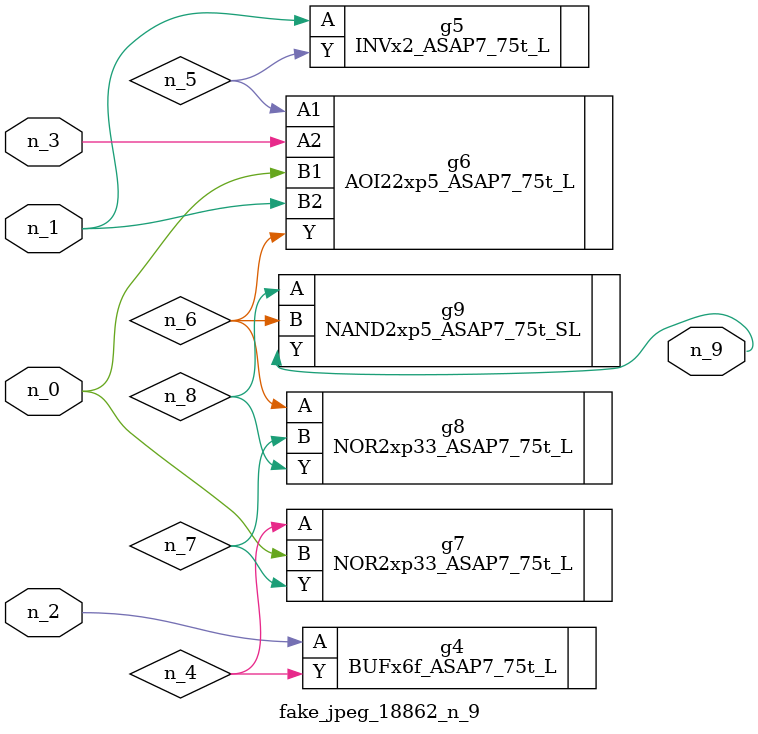
<source format=v>
module fake_jpeg_18862_n_9 (n_0, n_3, n_2, n_1, n_9);

input n_0;
input n_3;
input n_2;
input n_1;

output n_9;

wire n_4;
wire n_8;
wire n_6;
wire n_5;
wire n_7;

BUFx6f_ASAP7_75t_L g4 ( 
.A(n_2),
.Y(n_4)
);

INVx2_ASAP7_75t_L g5 ( 
.A(n_1),
.Y(n_5)
);

AOI22xp5_ASAP7_75t_L g6 ( 
.A1(n_5),
.A2(n_3),
.B1(n_0),
.B2(n_1),
.Y(n_6)
);

NOR2xp33_ASAP7_75t_L g8 ( 
.A(n_6),
.B(n_7),
.Y(n_8)
);

NOR2xp33_ASAP7_75t_L g7 ( 
.A(n_4),
.B(n_0),
.Y(n_7)
);

NAND2xp5_ASAP7_75t_SL g9 ( 
.A(n_8),
.B(n_6),
.Y(n_9)
);


endmodule
</source>
